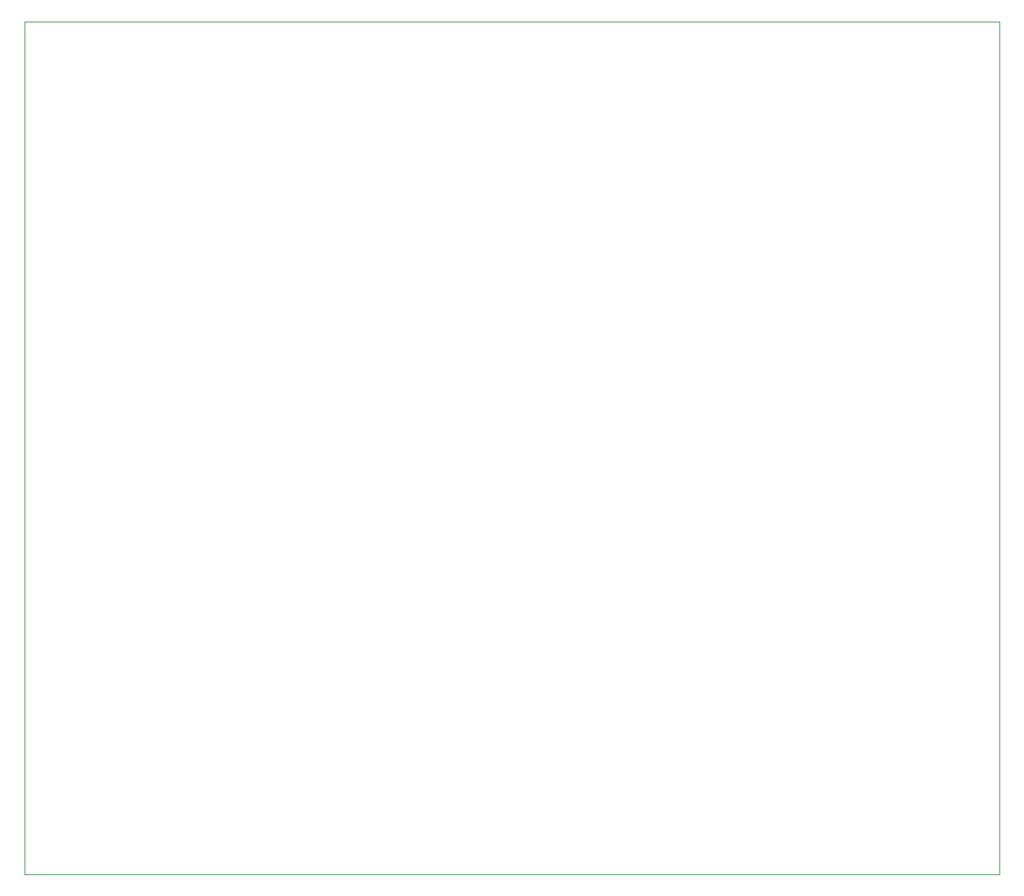
<source format=gbr>
G04 #@! TF.GenerationSoftware,KiCad,Pcbnew,(5.1.5)-3*
G04 #@! TF.CreationDate,2020-10-16T18:01:36+02:00*
G04 #@! TF.ProjectId,Laboratorn_ zdroj,4c61626f-7261-4746-9f72-6eed207a6472,rev?*
G04 #@! TF.SameCoordinates,Original*
G04 #@! TF.FileFunction,Profile,NP*
%FSLAX46Y46*%
G04 Gerber Fmt 4.6, Leading zero omitted, Abs format (unit mm)*
G04 Created by KiCad (PCBNEW (5.1.5)-3) date 2020-10-16 18:01:36*
%MOMM*%
%LPD*%
G04 APERTURE LIST*
%ADD10C,0.050000*%
G04 APERTURE END LIST*
D10*
X83820000Y-43480000D02*
X198020000Y-43480000D01*
X83820000Y-43480000D02*
X83820000Y-143480000D01*
X83820000Y-143480000D02*
X198020000Y-143480000D01*
X198020000Y-43480000D02*
X198020000Y-143480000D01*
M02*

</source>
